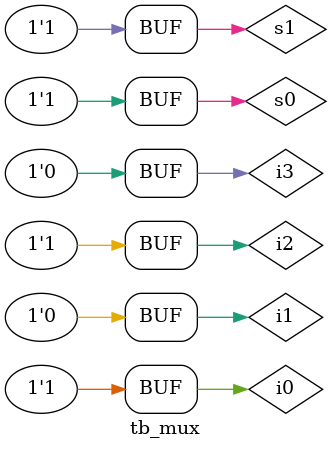
<source format=v>
`timescale 1ns / 1ps


module tb_mux;

        reg i0,i1,i2,i3;
        reg s0,s1;
        wire y;
        
        mux_4_1 M1(.i0(i0),.i1(i1),.i2(i2),.i3(i3),.s0(s0),.s1(s1),.y(y));
        
            initial begin
            i0 = 1; i1 = 0; i2 = 1; i3 = 0;
            s1 = 1'b0; s0 = 1'b0;
            #100;
            s1 = 1'b0; s0 = 1'b1;
            #100;
            s1 = 1'b1; s0 = 1'b0;
            #100;
            s1 = 1'b1; s0 = 1'b1;
            
            end
endmodule

</source>
